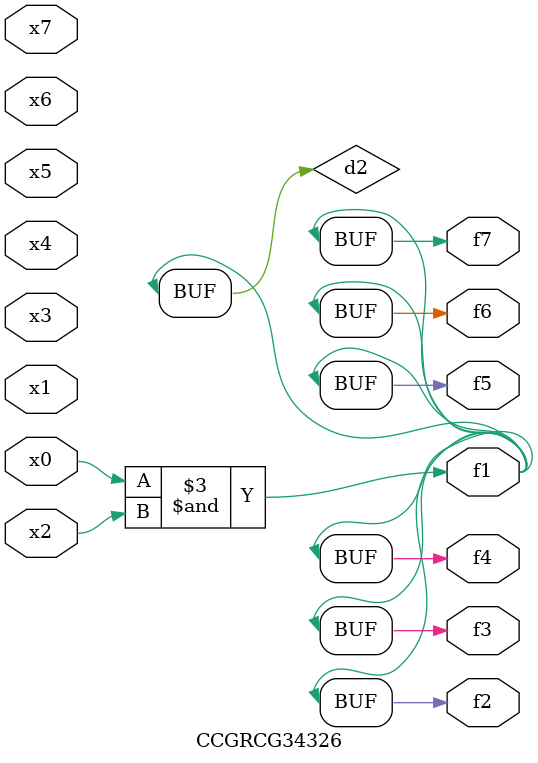
<source format=v>
module CCGRCG34326(
	input x0, x1, x2, x3, x4, x5, x6, x7,
	output f1, f2, f3, f4, f5, f6, f7
);

	wire d1, d2;

	nor (d1, x3, x6);
	and (d2, x0, x2);
	assign f1 = d2;
	assign f2 = d2;
	assign f3 = d2;
	assign f4 = d2;
	assign f5 = d2;
	assign f6 = d2;
	assign f7 = d2;
endmodule

</source>
